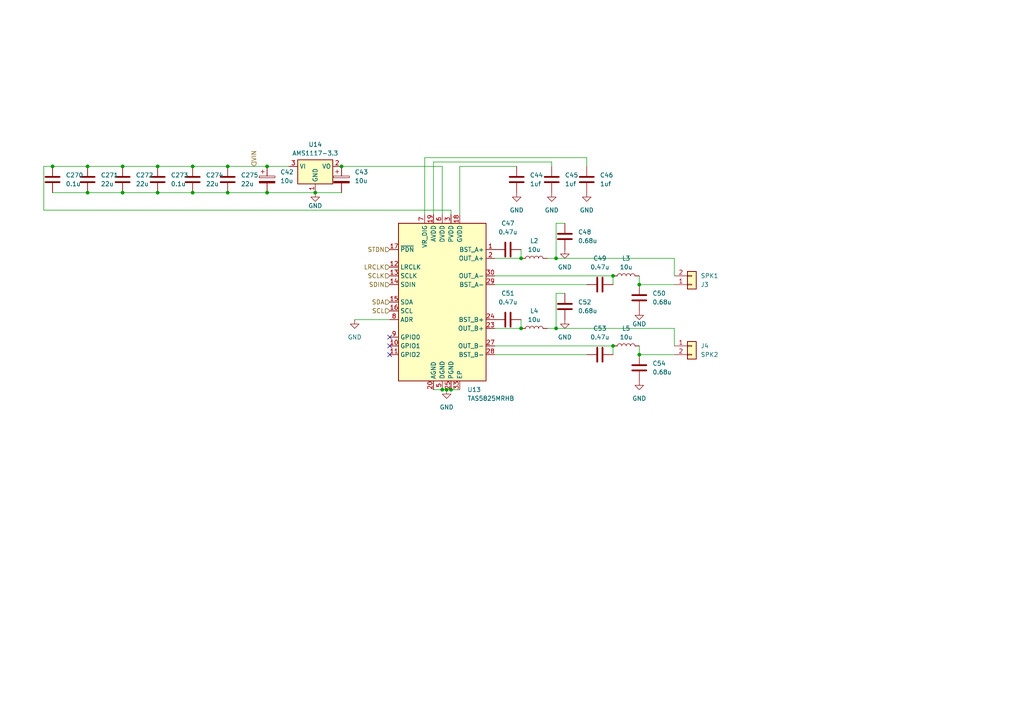
<source format=kicad_sch>
(kicad_sch (version 20230121) (generator eeschema)
  (paper "A4")
  (lib_symbols
    (symbol "Amplifier_Audio:TAS5825MRHB"
      (property "Reference" "U" (at -11.43 24.13 0))
      (property "Value" "TAS5825MRHB" (at 13.97 24.13 0))
      (symbol "TAS5825MRHB_0_1"
        (rectangle (start -12.7 22.86) (end 12.7 -22.86) (stroke (width 0.254)) (fill (type background)))
      )
      (symbol "TAS5825MRHB_1_1"
        (pin passive line (at 15.24 15.24 180) (length 2.54) (name "BST_A+") (number "1"))
        (pin bidirectional line (at -15.24 -12.7 0) (length 2.54) (name "GPIO1") (number "10"))
        (pin bidirectional line (at -15.24 -15.24 0) (length 2.54) (name "GPIO2") (number "11"))
        (pin input line (at -15.24 10.16 0) (length 2.54) (name "LRCLK") (number "12"))
        (pin input line (at -15.24 7.62 0) (length 2.54) (name "SCLK") (number "13"))
        (pin input line (at -15.24 5.08 0) (length 2.54) (name "SDIN") (number "14"))
        (pin bidirectional line (at -15.24 0 0) (length 2.54) (name "SDA") (number "15"))
        (pin input line (at -15.24 -2.54 0) (length 2.54) (name "SCL") (number "16"))
        (pin input line (at -15.24 15.24 0) (length 2.54) (name "~{PDN}") (number "17"))
        (pin passive line (at 5.08 25.4 270) (length 2.54) (name "GVDD") (number "18"))
        (pin passive line (at -2.54 25.4 270) (length 2.54) (name "AVDD") (number "19"))
        (pin output line (at 15.24 12.7 180) (length 2.54) (name "OUT_A+") (number "2"))
        (pin power_in line (at -2.54 -25.4 90) (length 2.54) (name "AGND") (number "20"))
        (pin passive line (at 2.54 25.4 270) (length 2.54) hide (name "PVDD") (number "21"))
        (pin passive line (at 2.54 25.4 270) (length 2.54) hide (name "PVDD") (number "22"))
        (pin output line (at 15.24 -7.62 180) (length 2.54) (name "OUT_B+") (number "23"))
        (pin passive line (at 15.24 -5.08 180) (length 2.54) (name "BST_B+") (number "24"))
        (pin power_in line (at 2.54 -25.4 90) (length 2.54) (name "PGND") (number "25"))
        (pin passive line (at 2.54 -25.4 90) (length 2.54) hide (name "PGND") (number "26"))
        (pin output line (at 15.24 -12.7 180) (length 2.54) (name "OUT_B-") (number "27"))
        (pin passive line (at 15.24 -15.24 180) (length 2.54) (name "BST_B-") (number "28"))
        (pin passive line (at 15.24 5.08 180) (length 2.54) (name "BST_A-") (number "29"))
        (pin power_in line (at 2.54 25.4 270) (length 2.54) (name "PVDD") (number "3"))
        (pin output line (at 15.24 7.62 180) (length 2.54) (name "OUT_A-") (number "30"))
        (pin passive line (at 2.54 -25.4 90) (length 2.54) hide (name "PGND") (number "31"))
        (pin passive line (at 2.54 -25.4 90) (length 2.54) hide (name "PGND") (number "32"))
        (pin passive line (at 5.08 -25.4 90) (length 2.54) (name "EP") (number "33"))
        (pin passive line (at 2.54 25.4 270) (length 2.54) hide (name "PVDD") (number "4"))
        (pin power_in line (at 0 -25.4 90) (length 2.54) (name "DGND") (number "5"))
        (pin power_in line (at 0 25.4 270) (length 2.54) (name "DVDD") (number "6"))
        (pin passive line (at -5.08 25.4 270) (length 2.54) (name "VR_DIG") (number "7"))
        (pin passive line (at -15.24 -5.08 0) (length 2.54) (name "ADR") (number "8"))
        (pin bidirectional line (at -15.24 -10.16 0) (length 2.54) (name "GPIO0") (number "9"))
      )
    )
    (symbol "Connector_Generic:Conn_01x02" (pin_names (offset 1.016) hide)
      (property "Reference" "J" (at 0 2.54 0))
      (property "Value" "Conn_01x02" (at 0 -5.08 0))
      (symbol "Conn_01x02_1_1"
        (rectangle (start -1.27 -2.413) (end 0 -2.667) (stroke (width 0.1524)))
        (rectangle (start -1.27 0.127) (end 0 -0.127) (stroke (width 0.1524)))
        (rectangle (start -1.27 1.27) (end 1.27 -3.81) (stroke (width 0.254)) (fill (type background)))
        (pin passive line (at -5.08 0 0) (length 3.81) (name "Pin_1") (number "1"))
        (pin passive line (at -5.08 -2.54 0) (length 3.81) (name "Pin_2") (number "2"))
      )
    )
    (symbol "Device:C" (pin_numbers hide) (pin_names (offset 0.254))
      (property "Reference" "C" (at 0.635 2.54 0))
      (property "Value" "C" (at 0.635 -2.54 0))
      (symbol "C_0_1"
        (polyline (pts (xy -2.032 -0.762) (xy 2.032 -0.762)) (stroke (width 0.508)))
        (polyline (pts (xy -2.032 0.762) (xy 2.032 0.762)) (stroke (width 0.508)))
      )
      (symbol "C_1_1"
        (pin passive line (at 0 3.81 270) (length 2.794) (name "~") (number "1"))
        (pin passive line (at 0 -3.81 90) (length 2.794) (name "~") (number "2"))
      )
    )
    (symbol "Device:C_Polarized" (pin_numbers hide) (pin_names (offset 0.254))
      (property "Reference" "C" (at 0.635 2.54 0))
      (property "Value" "C_Polarized" (at 0.635 -2.54 0))
      (symbol "C_Polarized_0_1"
        (rectangle (start -2.286 0.508) (end 2.286 1.016))
        (polyline (pts (xy -1.778 2.286) (xy -0.762 2.286)))
        (polyline (pts (xy -1.27 2.794) (xy -1.27 1.778)))
        (rectangle (start 2.286 -0.508) (end -2.286 -1.016) (fill (type outline)))
      )
      (symbol "C_Polarized_1_1"
        (pin passive line (at 0 3.81 270) (length 2.794) (name "~") (number "1"))
        (pin passive line (at 0 -3.81 90) (length 2.794) (name "~") (number "2"))
      )
    )
    (symbol "Device:L" (pin_numbers hide) (pin_names (offset 1.016) hide)
      (property "Reference" "L" (at -1.27 0 90))
      (property "Value" "L" (at 1.905 0 90))
      (symbol "L_0_1"
        (arc (start 0 -2.54) (mid 0.6323 -1.905) (end 0 -1.27))
        (arc (start 0 -1.27) (mid 0.6323 -0.635) (end 0 0))
        (arc (start 0 0) (mid 0.6323 0.635) (end 0 1.27))
        (arc (start 0 1.27) (mid 0.6323 1.905) (end 0 2.54))
      )
      (symbol "L_1_1"
        (pin passive line (at 0 3.81 270) (length 1.27) (name "1") (number "1"))
        (pin passive line (at 0 -3.81 90) (length 1.27) (name "2") (number "2"))
      )
    )
    (symbol "PCM_4ms_Power-symbol:GND" (power) (pin_names (offset 0))
      (property "Value" "GND" (at 0 -3.81 0))
      (symbol "GND_0_1"
        (polyline (pts (xy 0 0) (xy 0 -1.27) (xy 1.27 -1.27) (xy 0 -2.54) (xy -1.27 -1.27) (xy 0 -1.27)))
      )
      (symbol "GND_1_1"
        (pin power_in line (at 0 0 270) (length 0) hide (name "GND") (number "1"))
      )
    )
    (symbol "Regulator_Linear:AMS1117-3.3"
      (property "Reference" "U" (at -3.81 3.175 0))
      (property "Value" "AMS1117-3.3" (at 0 3.175 0))
      (symbol "AMS1117-3.3_0_1"
        (rectangle (start -5.08 -5.08) (end 5.08 1.905) (stroke (width 0.254)) (fill (type background)))
      )
      (symbol "AMS1117-3.3_1_1"
        (pin power_in line (at 0 -7.62 90) (length 2.54) (name "GND") (number "1"))
        (pin power_out line (at 7.62 0 180) (length 2.54) (name "VO") (number "2"))
        (pin power_in line (at -7.62 0 0) (length 2.54) (name "VI") (number "3"))
      )
    )
  )
  (junction (at 185.42 82.55))
  (junction (at 45.72 48.26))
  (junction (at 151.13 74.93))
  (junction (at 35.56 55.88))
  (junction (at 77.47 48.26))
  (junction (at 66.04 48.26))
  (junction (at 130.81 113.03))
  (junction (at 77.47 55.88))
  (junction (at 177.8 80.01))
  (junction (at 25.4 55.88))
  (junction (at 128.27 113.03))
  (junction (at 91.44 55.88))
  (junction (at 35.56 48.26))
  (junction (at 185.42 102.87))
  (junction (at 15.24 48.26))
  (junction (at 129.54 113.03))
  (junction (at 161.29 74.93))
  (junction (at 66.04 55.88))
  (junction (at 161.29 95.25))
  (junction (at 25.4 48.26))
  (junction (at 45.72 55.88))
  (junction (at 177.8 100.33))
  (junction (at 55.88 55.88))
  (junction (at 151.13 95.25))
  (junction (at 99.06 48.26))
  (junction (at 55.88 48.26))
  (no_connect (at 113.03 100.33))
  (no_connect (at 113.03 102.87))
  (no_connect (at 113.03 97.79))
  (wire (pts (xy 161.29 95.25) (xy 195.58 95.25)))
  (wire (pts (xy 160.02 46.99) (xy 125.73 46.99)))
  (wire (pts (xy 185.42 80.01) (xy 185.42 82.55)))
  (wire (pts (xy 163.83 64.77) (xy 161.29 64.77)))
  (wire (pts (xy 195.58 100.33) (xy 195.58 95.25)))
  (wire (pts (xy 128.27 113.03) (xy 129.54 113.03)))
  (wire (pts (xy 151.13 92.71) (xy 151.13 95.25)))
  (wire (pts (xy 195.58 102.87) (xy 185.42 102.87)))
  (wire (pts (xy 66.04 55.88) (xy 77.47 55.88)))
  (wire (pts (xy 102.87 92.71) (xy 113.03 92.71)))
  (wire (pts (xy 185.42 100.33) (xy 185.42 102.87)))
  (wire (pts (xy 12.7 60.96) (xy 130.81 60.96)))
  (wire (pts (xy 12.7 48.26) (xy 15.24 48.26)))
  (wire (pts (xy 195.58 82.55) (xy 185.42 82.55)))
  (wire (pts (xy 133.35 48.26) (xy 133.35 62.23)))
  (wire (pts (xy 91.44 55.88) (xy 99.06 55.88)))
  (wire (pts (xy 149.86 48.26) (xy 133.35 48.26)))
  (wire (pts (xy 123.19 45.72) (xy 123.19 62.23)))
  (wire (pts (xy 151.13 72.39) (xy 151.13 74.93)))
  (wire (pts (xy 66.04 48.26) (xy 77.47 48.26)))
  (wire (pts (xy 143.51 82.55) (xy 170.18 82.55)))
  (wire (pts (xy 161.29 85.09) (xy 161.29 95.25)))
  (wire (pts (xy 55.88 48.26) (xy 66.04 48.26)))
  (wire (pts (xy 163.83 85.09) (xy 161.29 85.09)))
  (wire (pts (xy 129.54 113.03) (xy 130.81 113.03)))
  (wire (pts (xy 143.51 100.33) (xy 177.8 100.33)))
  (wire (pts (xy 12.7 48.26) (xy 12.7 60.96)))
  (wire (pts (xy 25.4 48.26) (xy 35.56 48.26)))
  (wire (pts (xy 161.29 64.77) (xy 161.29 74.93)))
  (wire (pts (xy 143.51 95.25) (xy 151.13 95.25)))
  (wire (pts (xy 125.73 46.99) (xy 125.73 62.23)))
  (wire (pts (xy 160.02 48.26) (xy 160.02 46.99)))
  (wire (pts (xy 77.47 55.88) (xy 91.44 55.88)))
  (wire (pts (xy 99.06 48.26) (xy 128.27 48.26)))
  (wire (pts (xy 55.88 55.88) (xy 66.04 55.88)))
  (wire (pts (xy 195.58 80.01) (xy 195.58 74.93)))
  (wire (pts (xy 158.75 95.25) (xy 161.29 95.25)))
  (wire (pts (xy 161.29 74.93) (xy 158.75 74.93)))
  (wire (pts (xy 25.4 55.88) (xy 35.56 55.88)))
  (wire (pts (xy 45.72 55.88) (xy 55.88 55.88)))
  (wire (pts (xy 143.51 80.01) (xy 177.8 80.01)))
  (wire (pts (xy 170.18 45.72) (xy 123.19 45.72)))
  (wire (pts (xy 170.18 48.26) (xy 170.18 45.72)))
  (wire (pts (xy 177.8 80.01) (xy 177.8 82.55)))
  (wire (pts (xy 130.81 60.96) (xy 130.81 62.23)))
  (wire (pts (xy 125.73 113.03) (xy 128.27 113.03)))
  (wire (pts (xy 143.51 74.93) (xy 151.13 74.93)))
  (wire (pts (xy 177.8 100.33) (xy 177.8 102.87)))
  (wire (pts (xy 130.81 113.03) (xy 133.35 113.03)))
  (wire (pts (xy 77.47 48.26) (xy 83.82 48.26)))
  (wire (pts (xy 15.24 55.88) (xy 25.4 55.88)))
  (wire (pts (xy 45.72 48.26) (xy 55.88 48.26)))
  (wire (pts (xy 128.27 62.23) (xy 128.27 48.26)))
  (wire (pts (xy 15.24 48.26) (xy 25.4 48.26)))
  (wire (pts (xy 195.58 74.93) (xy 161.29 74.93)))
  (wire (pts (xy 143.51 102.87) (xy 170.18 102.87)))
  (wire (pts (xy 35.56 55.88) (xy 45.72 55.88)))
  (wire (pts (xy 35.56 48.26) (xy 45.72 48.26)))
  (hierarchical_label "LRCLK" (shape input) (at 113.03 77.47 180))
  (hierarchical_label "SCL" (shape input) (at 113.03 90.17 180))
  (hierarchical_label "STDN" (shape input) (at 113.03 72.39 180))
  (hierarchical_label "SDA" (shape input) (at 113.03 87.63 180))
  (hierarchical_label "SDIN" (shape input) (at 113.03 82.55 180))
  (hierarchical_label "VIN" (shape input) (at 73.66 48.26 90))
  (hierarchical_label "SCLK" (shape input) (at 113.03 80.01 180))
  (symbol (lib_id "Device:C") (at 173.99 102.87 90) (unit 1)
    (property "Reference" "C53" (at 173.99 95.25 90))
    (property "Value" "0.47u" (at 173.99 97.79 90))
    (property "Footprint" "Capacitor_SMD:C_0805_2012Metric" (effects hide))
  )
  (symbol (lib_id "Device:C") (at 185.42 86.36 0) (unit 1)
    (property "Reference" "C50" (at 189.23 85.09 0) (effects (justify left)))
    (property "Value" "0.68u" (at 189.23 87.63 0) (effects (justify left)))
    (property "Footprint" "Capacitor_SMD:C_0805_2012Metric" (effects hide))
  )
  (symbol (lib_id "Device:C") (at 149.86 52.07 0) (unit 1)
    (property "Reference" "C44" (at 153.67 50.8 0) (effects (justify left)))
    (property "Value" "1uf" (at 153.67 53.34 0) (effects (justify left)))
    (property "Footprint" "Capacitor_SMD:C_1206_3216Metric" (effects hide))
  )
  (symbol (lib_id "Device:C") (at 173.99 82.55 90) (unit 1)
    (property "Reference" "C49" (at 173.99 74.93 90))
    (property "Value" "0.47u" (at 173.99 77.47 90))
    (property "Footprint" "Capacitor_SMD:C_0805_2012Metric" (effects hide))
  )
  (symbol (lib_id "Device:L") (at 181.61 80.01 90) (unit 1)
    (property "Reference" "L3" (at 181.61 74.93 90))
    (property "Value" "10u" (at 181.61 77.47 90))
    (property "Footprint" "Inductor_SMD:L_Bourns_SRP7028A_7.3x6.6mm" (effects hide))
  )
  (symbol (lib_id "Connector_Generic:Conn_01x02") (at 200.66 100.33 0) (unit 1)
    (property "Reference" "J4" (at 203.2 100.33 0) (effects (justify left)))
    (property "Value" "SPK2" (at 203.2 102.87 0) (effects (justify left)))
    (property "Footprint" "Connector_JST:JST_XH_B2B-XH-A_1x02_P2.50mm_Vertical" (effects hide))
  )
  (symbol (lib_id "Amplifier_Audio:TAS5825MRHB") (at 128.27 87.63 0) (unit 1)
    (property "Reference" "U13" (at 135.5441 113.03 0) (effects (justify left)))
    (property "Value" "TAS5825MRHB" (at 135.5441 115.57 0) (effects (justify left)))
    (property "Footprint" "Package_DFN_QFN:VQFN-32-1EP_5x5mm_P0.5mm_EP3.1x3.1mm" (effects hide))
    (property "Datasheet" "www.ti.com/lit/ds/symlink/tas5825m.pdf" (effects hide))
  )
  (symbol (lib_id "Device:L") (at 154.94 95.25 90) (unit 1)
    (property "Reference" "L4" (at 154.94 90.17 90))
    (property "Value" "10u" (at 154.94 92.71 90))
    (property "Footprint" "Inductor_SMD:L_Bourns_SRP7028A_7.3x6.6mm" (effects hide))
  )
  (symbol (lib_id "Device:C") (at 163.83 68.58 0) (unit 1)
    (property "Reference" "C48" (at 167.64 67.31 0) (effects (justify left)))
    (property "Value" "0.68u" (at 167.64 69.85 0) (effects (justify left)))
    (property "Footprint" "Capacitor_SMD:C_0805_2012Metric" (effects hide))
  )
  (symbol (lib_id "Device:L") (at 154.94 74.93 90) (unit 1)
    (property "Reference" "L2" (at 154.94 69.85 90))
    (property "Value" "10u" (at 154.94 72.39 90))
    (property "Footprint" "Inductor_SMD:L_Bourns_SRP7028A_7.3x6.6mm" (effects hide))
  )
  (symbol (lib_id "Device:C_Polarized") (at 77.47 52.07 0) (unit 1)
    (property "Reference" "C42" (at 81.28 49.911 0) (effects (justify left)))
    (property "Value" "10u" (at 81.28 52.451 0) (effects (justify left)))
    (property "Footprint" "Capacitor_SMD:C_1210_3225Metric" (effects hide))
  )
  (symbol (lib_id "Device:C") (at 147.32 92.71 90) (unit 1)
    (property "Reference" "C51" (at 147.32 85.09 90))
    (property "Value" "0.47u" (at 147.32 87.63 90))
    (property "Footprint" "Capacitor_SMD:C_0805_2012Metric" (effects hide))
  )
  (symbol (lib_id "Device:C") (at 170.18 52.07 0) (unit 1)
    (property "Reference" "C46" (at 173.99 50.8 0) (effects (justify left)))
    (property "Value" "1uf" (at 173.99 53.34 0) (effects (justify left)))
    (property "Footprint" "Capacitor_SMD:C_1206_3216Metric" (effects hide))
  )
  (symbol (lib_id "PCM_4ms_Power-symbol:GND") (at 185.42 110.49 0) (unit 1)
    (property "Reference" "#PWR058" (effects hide))
    (property "Value" "GND" (at 185.42 115.57 0))
  )
  (symbol (lib_id "Device:C") (at 35.56 52.07 0) (unit 1)
    (property "Reference" "C272" (at 39.37 50.8 0) (effects (justify left)))
    (property "Value" "22u" (at 39.37 53.34 0) (effects (justify left)))
    (property "Footprint" "Capacitor_SMD:C_2220_5650Metric" (effects hide))
  )
  (symbol (lib_id "Device:C") (at 163.83 88.9 0) (unit 1)
    (property "Reference" "C52" (at 167.64 87.63 0) (effects (justify left)))
    (property "Value" "0.68u" (at 167.64 90.17 0) (effects (justify left)))
    (property "Footprint" "Capacitor_SMD:C_0805_2012Metric" (effects hide))
  )
  (symbol (lib_id "Device:C") (at 15.24 52.07 0) (unit 1)
    (property "Reference" "C270" (at 19.05 50.8 0) (effects (justify left)))
    (property "Value" "0.1u" (at 19.05 53.34 0) (effects (justify left)))
    (property "Footprint" "Capacitor_SMD:C_0603_1608Metric" (effects hide))
  )
  (symbol (lib_id "Device:C") (at 25.4 52.07 0) (unit 1)
    (property "Reference" "C271" (at 29.21 50.8 0) (effects (justify left)))
    (property "Value" "22u" (at 29.21 53.34 0) (effects (justify left)))
    (property "Footprint" "Capacitor_SMD:C_2220_5650Metric" (effects hide))
  )
  (symbol (lib_id "PCM_4ms_Power-symbol:GND") (at 160.02 55.88 0) (unit 1)
    (property "Reference" "#PWR052" (effects hide))
    (property "Value" "GND" (at 160.02 60.96 0))
  )
  (symbol (lib_id "Device:C") (at 55.88 52.07 0) (unit 1)
    (property "Reference" "C274" (at 59.69 50.8 0) (effects (justify left)))
    (property "Value" "22u" (at 59.69 53.34 0) (effects (justify left)))
    (property "Footprint" "Capacitor_SMD:C_2220_5650Metric" (effects hide))
  )
  (symbol (lib_id "Device:C") (at 66.04 52.07 0) (unit 1)
    (property "Reference" "C275" (at 69.85 50.8 0) (effects (justify left)))
    (property "Value" "22u" (at 69.85 53.34 0) (effects (justify left)))
    (property "Footprint" "Capacitor_SMD:C_2220_5650Metric" (effects hide))
  )
  (symbol (lib_id "Device:C_Polarized") (at 99.06 52.07 0) (unit 1)
    (property "Reference" "C43" (at 102.87 49.911 0) (effects (justify left)))
    (property "Value" "10u" (at 102.87 52.451 0) (effects (justify left)))
    (property "Footprint" "Capacitor_SMD:C_1210_3225Metric" (effects hide))
  )
  (symbol (lib_id "Device:C") (at 45.72 52.07 0) (unit 1)
    (property "Reference" "C273" (at 49.53 50.8 0) (effects (justify left)))
    (property "Value" "0.1u" (at 49.53 53.34 0) (effects (justify left)))
    (property "Footprint" "Capacitor_SMD:C_0603_1608Metric" (effects hide))
  )
  (symbol (lib_id "PCM_4ms_Power-symbol:GND") (at 185.42 90.17 0) (unit 1)
    (property "Reference" "#PWR056" (effects hide))
    (property "Value" "GND" (at 185.42 93.98 0))
  )
  (symbol (lib_id "PCM_4ms_Power-symbol:GND") (at 163.83 92.71 0) (unit 1)
    (property "Reference" "#PWR057" (effects hide))
    (property "Value" "GND" (at 163.83 97.79 0))
  )
  (symbol (lib_id "Connector_Generic:Conn_01x02") (at 200.66 82.55 0) (mirror x) (unit 1)
    (property "Reference" "J3" (at 203.2 82.55 0) (effects (justify left)))
    (property "Value" "SPK1" (at 203.2 80.01 0) (effects (justify left)))
    (property "Footprint" "Connector_JST:JST_XH_B2B-XH-A_1x02_P2.50mm_Vertical" (effects hide))
  )
  (symbol (lib_id "Device:C") (at 160.02 52.07 0) (unit 1)
    (property "Reference" "C45" (at 163.83 50.8 0) (effects (justify left)))
    (property "Value" "1uf" (at 163.83 53.34 0) (effects (justify left)))
    (property "Footprint" "Capacitor_SMD:C_1206_3216Metric" (effects hide))
  )
  (symbol (lib_id "PCM_4ms_Power-symbol:GND") (at 129.54 113.03 0) (unit 1)
    (property "Reference" "#PWR0355" (effects hide))
    (property "Value" "GND" (at 129.54 118.11 0))
  )
  (symbol (lib_id "Device:L") (at 181.61 100.33 90) (unit 1)
    (property "Reference" "L5" (at 181.61 95.25 90))
    (property "Value" "10u" (at 181.61 97.79 90))
    (property "Footprint" "Inductor_SMD:L_Bourns_SRP7028A_7.3x6.6mm" (effects hide))
  )
  (symbol (lib_id "Regulator_Linear:AMS1117-3.3") (at 91.44 48.26 0) (unit 1)
    (property "Reference" "U14" (at 91.44 41.91 0))
    (property "Value" "AMS1117-3.3" (at 91.44 44.45 0))
    (property "Footprint" "Package_TO_SOT_SMD:SOT-223-3_TabPin2" (effects hide))
    (property "Datasheet" "http://www.advanced-monolithic.com/pdf/ds1117.pdf" (effects hide))
  )
  (symbol (lib_id "PCM_4ms_Power-symbol:GND") (at 149.86 55.88 0) (unit 1)
    (property "Reference" "#PWR051" (effects hide))
    (property "Value" "GND" (at 149.86 60.96 0))
  )
  (symbol (lib_id "PCM_4ms_Power-symbol:GND") (at 91.44 55.88 0) (unit 1)
    (property "Reference" "#PWR050" (effects hide))
    (property "Value" "GND" (at 91.44 59.69 0))
  )
  (symbol (lib_id "PCM_4ms_Power-symbol:GND") (at 170.18 55.88 0) (unit 1)
    (property "Reference" "#PWR053" (effects hide))
    (property "Value" "GND" (at 170.18 60.96 0))
  )
  (symbol (lib_id "Device:C") (at 147.32 72.39 90) (unit 1)
    (property "Reference" "C47" (at 147.32 64.77 90))
    (property "Value" "0.47u" (at 147.32 67.31 90))
    (property "Footprint" "Capacitor_SMD:C_0805_2012Metric" (effects hide))
  )
  (symbol (lib_id "PCM_4ms_Power-symbol:GND") (at 102.87 92.71 0) (unit 1)
    (property "Reference" "#PWR054" (effects hide))
    (property "Value" "GND" (at 102.87 97.79 0))
  )
  (symbol (lib_id "Device:C") (at 185.42 106.68 0) (unit 1)
    (property "Reference" "C54" (at 189.23 105.41 0) (effects (justify left)))
    (property "Value" "0.68u" (at 189.23 107.95 0) (effects (justify left)))
    (property "Footprint" "Capacitor_SMD:C_0805_2012Metric" (effects hide))
  )
  (symbol (lib_id "PCM_4ms_Power-symbol:GND") (at 163.83 72.39 0) (unit 1)
    (property "Reference" "#PWR055" (effects hide))
    (property "Value" "GND" (at 163.83 77.47 0))
  )
)
</source>
